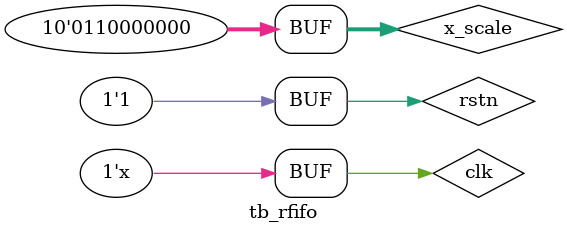
<source format=v>
`timescale 1ns/1ns
module tb_rfifo();

wire GRS_N;

GTP_GRS GRS_INST (

.GRS_N(1'b1)

);

reg clk;
reg rstn;
initial begin
   clk <= 1'b0;
   rstn<= 1'b0;
   #10;
   rstn<= 1'b1;
end
always #10 clk <= ~clk;


wire                wr_done                  ;
wire                rd_done                  ;
reg         [1:0]   row_cnt                  ;
wire                one_row_done             ;

wire        [9:0]    x_scale                 ;
reg         [3:0]    ram_select              ;
reg         [10:0]   wr_addr                 ;
reg         [15:0]   wr_data                 ;
wire                 wr_en                   ;
wire                 rd_en                   ;
reg         [10:0]   x_pos                   ;
wire        [15:0]   x1_data                 ;
wire        [15:0]   x2_data                 ;
wire        [15:0]   x3_data                 ;
wire        [15:0]   x4_data                 ;



reg     [1:0]   state;
parameter   INIT   =  2'd0,
            WRITE  =  2'd1,
            READ   =  2'd2;
parameter   H_NUM =  9'd427;
assign      x_scale = 10'b110000000;

always @(posedge clk or negedge rstn) begin
   if(!rstn)
      wr_data     <=    16'd1;
   else if(wr_en==1'b1) begin
      wr_data     <=    wr_data+1'd1;
      if(wr_data==16'd640)
         wr_data     <=    16'd1;
   end
end

always @(posedge clk or negedge rstn) begin
   if(!rstn)
      wr_addr     <=    16'd1;
   else if(wr_en==1'b1) begin
      wr_addr     <=    wr_addr+1'd1;
      if(wr_addr==16'd640)
         wr_addr     <=    16'd1;
   end
end

 assign  one_row_done     =   (wr_data==16'd640)?1'd1:1'd0;
 //assign  wr_done     =   (wr_data==16'd640)?1'd1:1'd0;
assign  wr_done          =   (one_row_done==1'd1&&row_cnt==2'd1);
assign  wr_en            =   (state==WRITE)?1'd1:1'd0;
assign  rd_en            =   (state==READ)?1'd1:1'd0;
assign  rd_done          =   (x_pos==H_NUM)?1'd1:1'd0;

always @(posedge clk or negedge rstn) begin
    if(!rstn)
        row_cnt     <=    16'd0;
    else if(one_row_done==1'b1) begin
        row_cnt     <=    row_cnt+1'd1;
    end
    else if(row_cnt==2'd2)
        row_cnt     <=    16'd0;
end


always @(posedge clk or negedge rstn) begin
    if(!rstn)
        x_pos     <=    16'd0;
    else if(rd_en==1'b1) begin
        x_pos     <=    x_pos+1'd1;
        if(x_pos==H_NUM)
            x_pos     <=    10'd0;
    end
end

wire    [10:0]   x_pos_b;
assign      x_pos_b =   x_pos;

always @(posedge clk or negedge rstn) begin
    if(!rstn)
        ram_select<=4'd1;
    else if(one_row_done==1'b1)
        ram_select<={ram_select[2:0],ram_select[3]};
    else
        ram_select<=ram_select;
end

rfifo   r_fifo_inst(
               .clk         (      clk         )              ,
               .rstn        (      rstn        )              ,
               .b_rst       (      rstn        )              ,
               .b_clk       (      clk         )              ,

               .x_scale     (      x_scale     )              ,
               .ram_select  (      ram_select  )              ,
               .wr_addr     (      wr_addr     )              ,
               .wr_data     (      wr_data     )              ,
               .wr_en       (      wr_en       )              ,

               .rd_en       (      rd_en       )              ,
               .x_pos       (      x_pos_b       )              ,
               .x1_data     (      x1_data     )              ,
               .x2_data     (      x2_data     )              ,
               .x3_data     (      x3_data     )              ,
               .x4_data     (      x4_data     )              
);



always @(posedge clk or negedge rstn) begin
   if(!rstn)
      state     <=    INIT;
   else begin
      case (state)
         INIT: begin
            if(rstn==1'b1)
               state<=WRITE;
         end
         WRITE: begin
            if(wr_done==1'd1)
               state <= READ;
         end
         READ:   begin
            if(rd_done==1'd1)
               state <= WRITE;
         end 
 
      endcase
   end
end

endmodule
</source>
